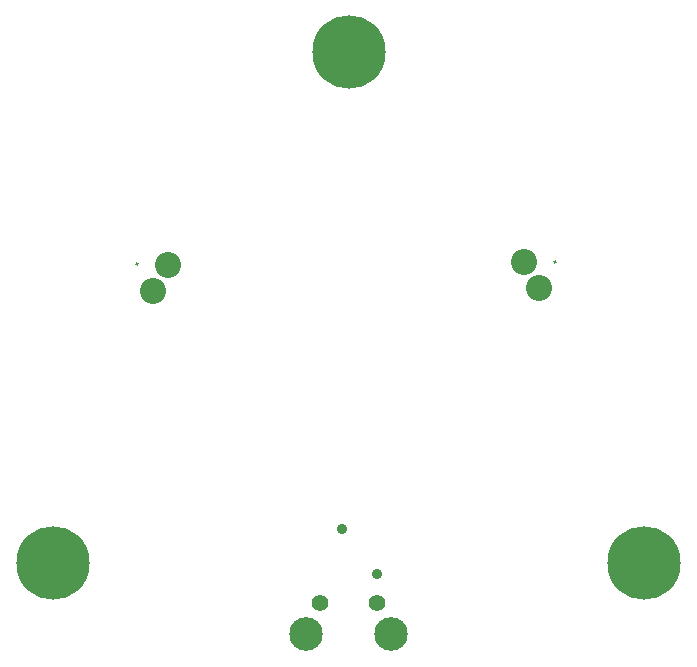
<source format=gbs>
G04 Layer_Color=16711935*
%FSLAX44Y44*%
%MOMM*%
G71*
G01*
G75*
%ADD28C,0.9032*%
%ADD29C,6.2032*%
%ADD30C,2.8432*%
%ADD31C,1.4032*%
G04:AMPARAMS|DCode=32|XSize=0.2032mm|YSize=0.2032mm|CornerRadius=0mm|HoleSize=0mm|Usage=FLASHONLY|Rotation=120.000|XOffset=0mm|YOffset=0mm|HoleType=Round|Shape=RoundedRectangle|*
%AMROUNDEDRECTD32*
21,1,0.2032,0.2032,0,0,120.0*
21,1,0.2032,0.2032,0,0,120.0*
1,1,0.0000,0.0372,0.1388*
1,1,0.0000,0.1388,-0.0372*
1,1,0.0000,-0.0372,-0.1388*
1,1,0.0000,-0.1388,0.0372*
%
%ADD32ROUNDEDRECTD32*%
%ADD33C,2.2032*%
G04:AMPARAMS|DCode=34|XSize=0.2032mm|YSize=0.2032mm|CornerRadius=0mm|HoleSize=0mm|Usage=FLASHONLY|Rotation=240.000|XOffset=0mm|YOffset=0mm|HoleType=Round|Shape=RoundedRectangle|*
%AMROUNDEDRECTD34*
21,1,0.2032,0.2032,0,0,240.0*
21,1,0.2032,0.2032,0,0,240.0*
1,1,0.0000,-0.1388,-0.0372*
1,1,0.0000,-0.0372,0.1388*
1,1,0.0000,0.1388,0.0372*
1,1,0.0000,0.0372,-0.1388*
%
%ADD34ROUNDEDRECTD34*%
D28*
X388250Y142000D02*
D03*
X418000Y104000D02*
D03*
D29*
X644000Y112990D02*
D03*
X144000D02*
D03*
X394000Y546000D02*
D03*
D30*
X430250Y53000D02*
D03*
X357750D02*
D03*
D31*
X418250Y79800D02*
D03*
X369750D02*
D03*
D32*
X568745Y368400D02*
D03*
D33*
X542650Y367999D02*
D03*
X555350Y346002D02*
D03*
X228650Y344002D02*
D03*
X241350Y365999D02*
D03*
D34*
X215255Y366400D02*
D03*
M02*

</source>
